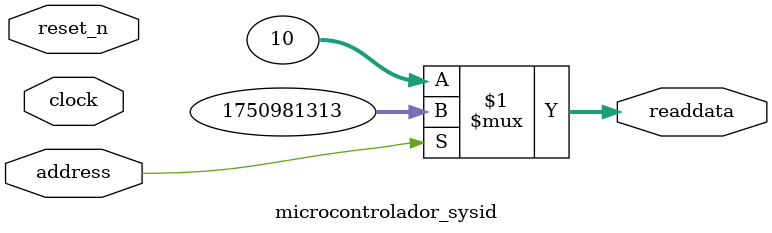
<source format=v>



// synthesis translate_off
`timescale 1ns / 1ps
// synthesis translate_on

// turn off superfluous verilog processor warnings 
// altera message_level Level1 
// altera message_off 10034 10035 10036 10037 10230 10240 10030 

module microcontrolador_sysid (
               // inputs:
                address,
                clock,
                reset_n,

               // outputs:
                readdata
             )
;

  output  [ 31: 0] readdata;
  input            address;
  input            clock;
  input            reset_n;

  wire    [ 31: 0] readdata;
  //control_slave, which is an e_avalon_slave
  assign readdata = address ? 1750981313 : 10;

endmodule



</source>
